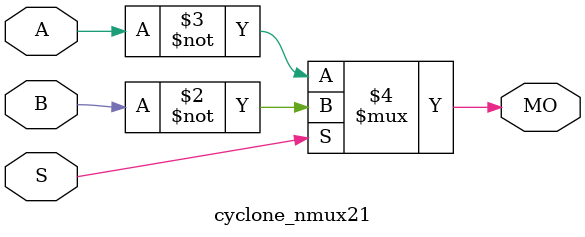
<source format=v>
module cyclone_nmux21 (MO, A, B, S);
   input A, B, S; 
   output MO; 
   assign MO = (S == 1) ? ~B : ~A; 
endmodule
</source>
